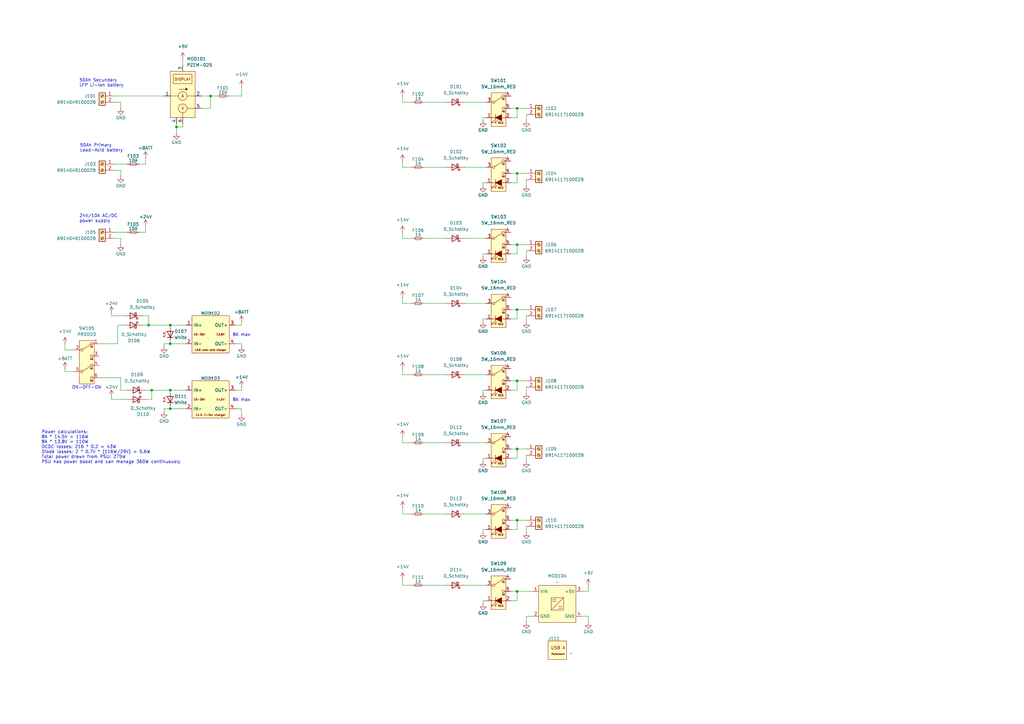
<source format=kicad_sch>
(kicad_sch (version 20231120) (generator "eeschema") (generator_version "8.0")
  (paper "A3")
  (title_block (date "2024-05-12") (rev "V1.0.0") (company "Roy van Lierop"))
  (lib_symbols
    (symbol "..project:+14V" (power) (pin_numbers hide) (pin_names (offset 0) hide)
      (property "Value" "+14V" (at 0 4.064 0))
      (symbol "+14V_0_1"
        (polyline (pts (xy -0.762 1.27) (xy 0 2.54)))
        (polyline (pts (xy 0 0) (xy 0 2.54)))
        (polyline (pts (xy 0 2.54) (xy 0.762 1.27)))
      )
      (symbol "+14V_1_1"
        (pin power_in line (at 0 0 90) (length 0) (name "~") (number "1"))
      )
    )
    (symbol "..project:CON_USBA-Panelmount"
      (property "Reference" "J" (at -3.302 4.826 0))
      (symbol "CON_USBA-Panelmount_0_1"
        (rectangle (start -3.81 3.81) (end 3.81 -3.81) (fill (type background)))
      )
      (symbol "CON_USBA-Panelmount_1_1"
        (text "Panelmount" (at 0.254 -1.524 0) (effects (font (size 0.6 0.6))))
        (text "USB A" (at 0.254 1.016 0) (effects (font (size 1.27 1.27))))
      )
    )
    (symbol "..project:DISP_Power-PZEM-025" (pin_numbers hide) (pin_names (offset 0))
      (property "Reference" "MOD?" (at 1.6511 12.7 0))
      (property "Value" "PZEM-025" (at 1.6511 10.16 0))
      (symbol "DISP_Power-PZEM-025_0_1"
        (rectangle (start -5.08 7.62) (end 5.08 -11.43) (fill (type background)))
        (circle (center 0 -7.62) (radius 1.7961))
        (circle (center 0 -2.54) (radius 1.7961))
        (polyline (pts (xy -5.08 -2.54) (xy -1.778 -2.54)))
        (polyline (pts (xy 1.778 -2.54) (xy 5.08 -2.54)))
      )
      (symbol "DISP_Power-PZEM-025_1_1"
        (rectangle (start -3.81 6.35) (end 3.81 2.54))
        (polyline (pts (xy -1.524 0.254) (xy 1.27 0.254)))
        (polyline (pts (xy 0 -11.43) (xy 0 -11.684)))
        (polyline (pts (xy 0 -11.43) (xy 0 -9.4264)))
        (polyline (pts (xy 5.08 -7.62) (xy 3.556 -7.62) (xy 1.778 -7.62)))
        (polyline (pts (xy 1.27 0.762) (xy 1.27 -0.254) (xy 2.032 0.254) (xy 1.27 0.762)) (fill (type outline)))
        (text "A" (at 0 -2.54 0) (effects (font (size 1.27 1.27))))
        (text "DISPLAY" (at 0 4.318 0) (effects (font (size 1.1 1.1))))
        (text "V" (at 0 -7.62 0) (effects (font (size 1.27 1.27))))
        (pin passive line (at -7.62 -2.54 0) (length 2.54) (name "1") (number "1"))
        (pin passive line (at 7.62 -2.54 180) (length 2.54) (name "2") (number "2"))
        (pin passive line (at 0 10.16 270) (length 2.54) (name "3") (number "3"))
        (pin passive line (at -2.54 -13.97 90) (length 2.54) (name "4") (number "4"))
        (pin passive line (at 7.62 -7.62 180) (length 2.54) (name "5") (number "5"))
        (pin passive line (at 0 -13.97 90) (length 2.54) (name "6") (number "6"))
      )
    )
    (symbol "..project:FuseHolder_Automotive_Regular" (pin_numbers hide) (pin_names (offset 0.254) hide)
      (property "Reference" "F?" (at 0 -1.524 0))
      (property "Value" "1A" (at 0 1.524 0))
      (symbol "FuseHolder_Automotive_Regular_0_1"
        (rectangle (start -1.27 0.508) (end 1.27 -0.508))
        (polyline (pts (xy -1.27 0) (xy 1.27 0)))
      )
      (symbol "FuseHolder_Automotive_Regular_1_1"
        (pin passive line (at -2.54 0 0) (length 1.27) (name "~") (number "1"))
        (pin passive line (at 2.54 0 180) (length 1.27) (name "~") (number "2"))
      )
    )
    (symbol "..project:LED_Indicator-8mm" (pin_numbers hide) (pin_names (offset 1.016) hide)
      (property "Reference" "D108" (at -7.112 2.54 90))
      (property "Value" "White" (at -9.652 2.54 90))
      (symbol "LED_Indicator-8mm_0_1"
        (polyline (pts (xy -1.27 -1.27) (xy -1.27 1.27)) (stroke (width 0.254)))
        (polyline (pts (xy -1.27 0) (xy 1.27 0)))
        (polyline (pts (xy 1.27 -1.27) (xy 1.27 1.27) (xy -1.27 0) (xy 1.27 -1.27)) (stroke (width 0.254)))
        (polyline (pts (xy 0 -1.778) (xy -1.016 -2.794) (xy -0.254 -2.794) (xy -1.016 -2.794) (xy -1.016 -2.032)))
        (polyline (pts (xy 1.27 -1.778) (xy 0.254 -2.794) (xy 1.016 -2.794) (xy 0.254 -2.794) (xy 0.254 -2.032)))
      )
      (symbol "LED_Indicator-8mm_1_1"
        (pin passive line (at -2.54 0 0) (length 2.54) (name "K") (number "1"))
        (pin passive line (at 2.54 0 180) (length 2.54) (name "A") (number "2"))
      )
    )
    (symbol "..project:MOD_BUCK_5V3A"
      (property "Reference" "MOD?" (at 0 11.43 0))
      (property "Value" "~" (at 0 8.89 0))
      (symbol "MOD_BUCK_5V3A_0_1"
        (rectangle (start -7.62 7.62) (end 7.62 -7.62) (fill (type background)))
        (rectangle (start -2.54 2.54) (end 2.54 -2.54))
        (polyline (pts (xy -2.54 -2.54) (xy 2.54 2.54)))
        (polyline (pts (xy -2.032 1.016) (xy -0.508 1.016)))
        (polyline (pts (xy -2.032 1.778) (xy -0.508 1.778)))
        (polyline (pts (xy 0.508 -1.778) (xy 2.032 -1.778)))
        (polyline (pts (xy 0.508 -1.016) (xy 2.032 -1.016)))
      )
      (symbol "MOD_BUCK_5V3A_1_1"
        (pin input line (at -10.16 5.08 0) (length 2.54) (name "VIN") (number "1"))
        (pin input line (at -10.16 -5.08 0) (length 2.54) (name "GND") (number "2"))
        (pin input line (at 10.16 5.08 180) (length 2.54) (name "+5V") (number "3"))
        (pin input line (at 10.16 -5.08 180) (length 2.54) (name "GND") (number "4"))
      )
    )
    (symbol "..project:MOD_DCDC_13.8V-CHG"
      (property "Reference" "MOD?" (at -5.588 8.636 0))
      (symbol "MOD_DCDC_13.8V-CHG_1_1"
        (rectangle (start -7.62 7.62) (end 7.62 -7.62) (fill (type background)))
        (text "10-36V" (at -4.572 0 0) (effects (font (size 0.8 0.8))))
        (text "13.8 Lead-acid charger" (at 0 -6.35 0) (effects (font (size 0.7 0.7))))
        (text "13.8V" (at 4.064 0 0) (effects (font (size 0.8 0.8))))
        (pin passive line (at -10.16 3.81 0) (length 2.54) (name "IN+") (number "1"))
        (pin passive line (at -10.16 -3.81 0) (length 2.54) (name "IN-") (number "2"))
        (pin passive line (at 10.16 3.81 180) (length 2.54) (name "OUT+") (number "3"))
        (pin passive line (at 10.16 -3.81 180) (length 2.54) (name "OUT-") (number "4"))
      )
    )
    (symbol "..project:MOD_DCDC_14.5V-CHG"
      (property "Reference" "MOD?" (at -5.588 8.636 0))
      (symbol "MOD_DCDC_14.5V-CHG_0_1"
        (rectangle (start -7.62 7.62) (end 7.62 -7.62) (fill (type background)))
      )
      (symbol "MOD_DCDC_14.5V-CHG_1_1"
        (text "10-36V" (at -4.572 0 0) (effects (font (size 0.8 0.8))))
        (text "14.5 Li-ion charger" (at 0 -6.35 0) (effects (font (size 0.8 0.8))))
        (text "14.5V" (at 4.064 0 0) (effects (font (size 0.8 0.8))))
        (pin passive line (at -10.16 3.81 0) (length 2.54) (name "IN+") (number "1"))
        (pin passive line (at -10.16 -3.81 0) (length 2.54) (name "IN-") (number "2"))
        (pin passive line (at 10.16 3.81 180) (length 2.54) (name "OUT+") (number "3"))
        (pin passive line (at 10.16 -3.81 180) (length 2.54) (name "OUT-") (number "4"))
      )
    )
    (symbol "..project:SW_16mm_RED" (pin_names (offset 1.016) hide)
      (property "Reference" "SW101" (at 0 13.97 0))
      (property "Value" "SW_16mm_RED" (at 0 11.43 0))
      (symbol "SW_16mm_RED_0_0"
        (circle (center -2.032 5.08) (radius 0.508))
        (polyline (pts (xy -2.54 -1.27) (xy 2.54 -1.27)))
        (circle (center 2.032 2.54) (radius 0.508))
        (text "RED" (at 0.889 -3.429 0) (effects (font (size 0.762 0.762))))
      )
      (symbol "SW_16mm_RED_0_1"
        (polyline (pts (xy -1.524 5.334) (xy 1.5748 7.3152)))
        (polyline (pts (xy -1.27 -2.54) (xy -1.27 0)) (stroke (width 0.2032)))
        (polyline (pts (xy -1.778 -2.413) (xy -2.794 -3.429) (xy -2.159 -3.429) (xy -2.794 -3.429) (xy -2.794 -2.794)))
        (polyline (pts (xy -0.508 -2.413) (xy -1.524 -3.429) (xy -0.889 -3.429) (xy -1.524 -3.429) (xy -1.524 -2.794)))
        (circle (center 2.032 7.62) (radius 0.508))
      )
      (symbol "SW_16mm_RED_1_1"
        (rectangle (start -3.048 8.89) (end 3.048 -4.826) (fill (type background)))
        (polyline (pts (xy 1.27 -2.54) (xy 1.27 0) (xy -1.27 -1.27) (xy 1.27 -2.54)) (stroke (width 0.2032)) (fill (type outline)))
        (text "NC" (at 2.032 6.35 0) (effects (font (size 0.6 0.6))))
        (text "NO" (at 2.032 1.27 0) (effects (font (size 0.6 0.6))))
        (pin passive line (at -5.08 -1.27 0) (length 2.54) (name "+") (number "1"))
        (pin passive line (at 5.08 -1.27 180) (length 2.54) (name "-") (number "2"))
        (pin passive line (at -5.08 5.08 0) (length 2.54) (name "C") (number "3"))
        (pin passive line (at 5.08 7.62 180) (length 2.54) (name "NC") (number "4"))
        (pin passive line (at 5.08 2.54 180) (length 2.54) (name "NO") (number "5"))
      )
    )
    (symbol "..project:SW_PRDDD3_ON-OFF-ON" (pin_names (offset 1.016) hide)
      (property "Reference" "SW?" (at 0 13.97 0))
      (property "Value" "PRDDD3" (at 0 11.43 0))
      (symbol "SW_PRDDD3_ON-OFF-ON_0_0"
        (circle (center -2.032 -3.81) (radius 0.508))
        (circle (center -2.032 5.08) (radius 0.508))
        (circle (center 2.032 -6.35) (radius 0.508))
        (circle (center 2.032 2.54) (radius 0.508))
      )
      (symbol "SW_PRDDD3_ON-OFF-ON_0_1"
        (polyline (pts (xy -1.524 -3.556) (xy 1.5748 -1.5748)))
        (polyline (pts (xy -1.524 5.334) (xy 1.5748 7.3152)))
        (circle (center 2.032 -1.27) (radius 0.508))
        (circle (center 2.032 7.62) (radius 0.508))
      )
      (symbol "SW_PRDDD3_ON-OFF-ON_1_1"
        (rectangle (start -3.048 8.89) (end 3.048 -8.89) (fill (type background)))
        (text "NC" (at 2.032 -2.54 0) (effects (font (size 0.6 0.6))))
        (text "NC" (at 2.032 6.35 0) (effects (font (size 0.6 0.6))))
        (text "NO" (at 2.032 -7.62 0) (effects (font (size 0.6 0.6))))
        (text "NO" (at 2.032 1.27 0) (effects (font (size 0.6 0.6))))
        (pin passive line (at 5.08 7.62 180) (length 2.54) (name "NC") (number "1"))
        (pin passive line (at -5.08 5.08 0) (length 2.54) (name "C") (number "2"))
        (pin passive line (at 5.08 2.54 180) (length 2.54) (name "NO") (number "3"))
        (pin passive line (at 5.08 -1.27 180) (length 2.54) (name "NC") (number "4"))
        (pin passive line (at -5.08 -3.81 0) (length 2.54) (name "C") (number "5"))
        (pin passive line (at 5.08 -6.35 180) (length 2.54) (name "NO") (number "6"))
      )
    )
    (symbol "..project:Terminal_Push_01x02_691404910002B" (pin_names (offset 1.016) hide)
      (property "Reference" "J?" (at 0 2.54 0))
      (property "Value" "691404910002B" (at 0 -5.08 0))
      (symbol "Terminal_Push_01x02_691404910002B_1_1"
        (rectangle (start -1.27 1.27) (end 1.27 -3.81) (stroke (width 0.254)) (fill (type background)))
        (circle (center 0 -2.54) (radius 0.635) (stroke (width 0.1524)))
        (polyline (pts (xy -0.5334 -2.2098) (xy 0.3302 -3.048)) (stroke (width 0.1524)))
        (polyline (pts (xy -0.5334 0.3302) (xy 0.3302 -0.508)) (stroke (width 0.1524)))
        (polyline (pts (xy -0.3556 -2.032) (xy 0.508 -2.8702)) (stroke (width 0.1524)))
        (polyline (pts (xy -0.3556 0.508) (xy 0.508 -0.3302)) (stroke (width 0.1524)))
        (circle (center 0 0) (radius 0.635) (stroke (width 0.1524)))
        (pin passive line (at -5.08 0 0) (length 3.81) (name "Pin_1") (number "1"))
        (pin passive line (at -5.08 -2.54 0) (length 3.81) (name "Pin_2") (number "2"))
      )
    )
    (symbol "..project:Terminal_Push_01x02_691411710002B" (pin_names (offset 1.016) hide)
      (property "Reference" "J?" (at 0 2.54 0))
      (property "Value" "691411710002B" (at 0 -5.08 0))
      (symbol "Terminal_Push_01x02_691411710002B_1_1"
        (rectangle (start -1.27 1.27) (end 1.27 -3.81) (stroke (width 0.254)) (fill (type background)))
        (circle (center 0 -2.54) (radius 0.635) (stroke (width 0.1524)))
        (polyline (pts (xy -0.5334 -2.2098) (xy 0.3302 -3.048)) (stroke (width 0.1524)))
        (polyline (pts (xy -0.5334 0.3302) (xy 0.3302 -0.508)) (stroke (width 0.1524)))
        (polyline (pts (xy -0.3556 -2.032) (xy 0.508 -2.8702)) (stroke (width 0.1524)))
        (polyline (pts (xy -0.3556 0.508) (xy 0.508 -0.3302)) (stroke (width 0.1524)))
        (circle (center 0 0) (radius 0.635) (stroke (width 0.1524)))
        (pin passive line (at -5.08 0 0) (length 3.81) (name "Pin_1") (number "1"))
        (pin passive line (at -5.08 -2.54 0) (length 3.81) (name "Pin_2") (number "2"))
      )
    )
    (symbol "Device:D_Schottky" (pin_numbers hide) (pin_names (offset 1.016) hide)
      (property "Reference" "D" (at 0 2.54 0))
      (property "Value" "D_Schottky" (at 0 -2.54 0))
      (symbol "D_Schottky_0_1"
        (polyline (pts (xy 1.27 0) (xy -1.27 0)))
        (polyline (pts (xy 1.27 1.27) (xy 1.27 -1.27) (xy -1.27 0) (xy 1.27 1.27)) (stroke (width 0.254)))
        (polyline (pts (xy -1.905 0.635) (xy -1.905 1.27) (xy -1.27 1.27) (xy -1.27 -1.27) (xy -0.635 -1.27) (xy -0.635 -0.635)) (stroke (width 0.254)))
      )
      (symbol "D_Schottky_1_1"
        (pin passive line (at -3.81 0 0) (length 2.54) (name "K") (number "1"))
        (pin passive line (at 3.81 0 180) (length 2.54) (name "A") (number "2"))
      )
    )
    (symbol "power:+24V" (power) (pin_numbers hide) (pin_names (offset 0) hide)
      (property "Value" "+24V" (at 0 3.556 0))
      (symbol "+24V_0_1"
        (polyline (pts (xy -0.762 1.27) (xy 0 2.54)))
        (polyline (pts (xy 0 0) (xy 0 2.54)))
        (polyline (pts (xy 0 2.54) (xy 0.762 1.27)))
      )
      (symbol "+24V_1_1"
        (pin power_in line (at 0 0 90) (length 0) (name "~") (number "1"))
      )
    )
    (symbol "power:+5V" (power) (pin_numbers hide) (pin_names (offset 0) hide)
      (property "Value" "+5V" (at 0 3.556 0))
      (symbol "+5V_0_1"
        (polyline (pts (xy -0.762 1.27) (xy 0 2.54)))
        (polyline (pts (xy 0 0) (xy 0 2.54)))
        (polyline (pts (xy 0 2.54) (xy 0.762 1.27)))
      )
      (symbol "+5V_1_1"
        (pin power_in line (at 0 0 90) (length 0) (name "~") (number "1"))
      )
    )
    (symbol "power:+BATT" (power) (pin_numbers hide) (pin_names (offset 0) hide)
      (property "Value" "+BATT" (at 0 3.556 0))
      (symbol "+BATT_0_1"
        (polyline (pts (xy -0.762 1.27) (xy 0 2.54)))
        (polyline (pts (xy 0 0) (xy 0 2.54)))
        (polyline (pts (xy 0 2.54) (xy 0.762 1.27)))
      )
      (symbol "+BATT_1_1"
        (pin power_in line (at 0 0 90) (length 0) (name "~") (number "1"))
      )
    )
    (symbol "power:GND" (power) (pin_numbers hide) (pin_names (offset 0) hide)
      (property "Value" "GND" (at 0 -3.81 0))
      (symbol "GND_0_1"
        (polyline (pts (xy 0 0) (xy 0 -1.27) (xy 1.27 -1.27) (xy 0 -2.54) (xy -1.27 -1.27) (xy 0 -1.27)))
      )
      (symbol "GND_1_1"
        (pin power_in line (at 0 0 270) (length 0) (name "~") (number "1"))
      )
    )
  )
  (junction (at 69.85 133.35))
  (junction (at 69.85 140.97))
  (junction (at 212.09 44.45))
  (junction (at 212.09 156.21))
  (junction (at 86.36 39.37))
  (junction (at 212.09 127))
  (junction (at 69.85 167.64))
  (junction (at 72.39 52.07))
  (junction (at 212.09 71.12))
  (junction (at 69.85 160.02))
  (junction (at 62.23 160.02))
  (junction (at 212.09 242.57))
  (junction (at 60.96 133.35))
  (junction (at 212.09 184.15))
  (junction (at 212.09 213.36))
  (junction (at 212.09 100.33))
  (wire (pts (xy 198.12 187.96) (xy 199.39 187.96)))
  (wire (pts (xy 209.55 213.36) (xy 212.09 213.36)))
  (wire (pts (xy 69.85 167.64) (xy 76.2 167.64)))
  (wire (pts (xy 69.85 133.35) (xy 76.2 133.35)))
  (wire (pts (xy 99.06 133.35) (xy 99.06 132.08)))
  (wire (pts (xy 241.3 252.73) (xy 241.3 255.27)))
  (wire (pts (xy 58.42 129.54) (xy 60.96 129.54)))
  (wire (pts (xy 82.55 44.45) (xy 86.36 44.45)))
  (wire (pts (xy 173.99 210.82) (xy 182.88 210.82)))
  (wire (pts (xy 198.12 246.38) (xy 199.39 246.38)))
  (wire (pts (xy 198.12 218.44) (xy 198.12 217.17)))
  (wire (pts (xy 212.09 100.33) (xy 212.09 104.14)))
  (wire (pts (xy 198.12 104.14) (xy 199.39 104.14)))
  (wire (pts (xy 57.15 67.31) (xy 59.69 67.31)))
  (wire (pts (xy 198.12 130.81) (xy 199.39 130.81)))
  (wire (pts (xy 165.1 210.82) (xy 165.1 208.28)))
  (wire (pts (xy 165.1 153.67) (xy 165.1 151.13)))
  (wire (pts (xy 215.9 161.29) (xy 215.9 158.75)))
  (wire (pts (xy 198.12 48.26) (xy 199.39 48.26)))
  (wire (pts (xy 59.69 64.77) (xy 59.69 67.31)))
  (wire (pts (xy 212.09 242.57) (xy 218.44 242.57)))
  (wire (pts (xy 241.3 242.57) (xy 241.3 240.03)))
  (wire (pts (xy 198.12 76.2) (xy 198.12 74.93)))
  (wire (pts (xy 93.98 39.37) (xy 99.06 39.37)))
  (wire (pts (xy 190.5 240.03) (xy 199.39 240.03)))
  (wire (pts (xy 190.5 68.58) (xy 199.39 68.58)))
  (wire (pts (xy 198.12 49.53) (xy 198.12 48.26)))
  (wire (pts (xy 238.76 242.57) (xy 241.3 242.57)))
  (wire (pts (xy 212.09 242.57) (xy 212.09 246.38)))
  (wire (pts (xy 209.55 71.12) (xy 212.09 71.12)))
  (wire (pts (xy 209.55 156.21) (xy 212.09 156.21)))
  (wire (pts (xy 212.09 104.14) (xy 209.55 104.14)))
  (wire (pts (xy 45.72 129.54) (xy 45.72 128.27)))
  (wire (pts (xy 69.85 140.97) (xy 76.2 140.97)))
  (wire (pts (xy 99.06 167.64) (xy 99.06 170.18)))
  (wire (pts (xy 168.91 181.61) (xy 165.1 181.61)))
  (wire (pts (xy 165.1 97.79) (xy 165.1 95.25)))
  (wire (pts (xy 58.42 133.35) (xy 60.96 133.35)))
  (wire (pts (xy 209.55 184.15) (xy 212.09 184.15)))
  (wire (pts (xy 212.09 44.45) (xy 212.09 48.26)))
  (wire (pts (xy 212.09 213.36) (xy 212.09 217.17)))
  (wire (pts (xy 173.99 41.91) (xy 182.88 41.91)))
  (wire (pts (xy 49.53 160.02) (xy 52.07 160.02)))
  (wire (pts (xy 173.99 153.67) (xy 182.88 153.67)))
  (wire (pts (xy 212.09 184.15) (xy 215.9 184.15)))
  (wire (pts (xy 212.09 156.21) (xy 212.09 160.02)))
  (wire (pts (xy 60.96 129.54) (xy 60.96 133.35)))
  (wire (pts (xy 190.5 41.91) (xy 199.39 41.91)))
  (wire (pts (xy 50.8 129.54) (xy 45.72 129.54)))
  (wire (pts (xy 49.53 97.79) (xy 49.53 100.33)))
  (wire (pts (xy 40.64 140.97) (xy 48.26 140.97)))
  (wire (pts (xy 218.44 252.73) (xy 215.9 252.73)))
  (wire (pts (xy 86.36 44.45) (xy 86.36 39.37)))
  (wire (pts (xy 72.39 52.07) (xy 74.93 52.07)))
  (wire (pts (xy 96.52 167.64) (xy 99.06 167.64)))
  (wire (pts (xy 173.99 97.79) (xy 182.88 97.79)))
  (wire (pts (xy 69.85 160.02) (xy 69.85 161.29)))
  (wire (pts (xy 215.9 218.44) (xy 215.9 215.9)))
  (wire (pts (xy 99.06 35.56) (xy 99.06 39.37)))
  (wire (pts (xy 198.12 160.02) (xy 199.39 160.02)))
  (wire (pts (xy 49.53 154.94) (xy 49.53 160.02)))
  (wire (pts (xy 212.09 213.36) (xy 215.9 213.36)))
  (wire (pts (xy 198.12 161.29) (xy 198.12 160.02)))
  (wire (pts (xy 198.12 105.41) (xy 198.12 104.14)))
  (wire (pts (xy 62.23 163.83) (xy 62.23 160.02)))
  (wire (pts (xy 165.1 124.46) (xy 165.1 121.92)))
  (wire (pts (xy 165.1 68.58) (xy 165.1 66.04)))
  (wire (pts (xy 46.99 69.85) (xy 49.53 69.85)))
  (wire (pts (xy 165.1 240.03) (xy 165.1 237.49)))
  (wire (pts (xy 62.23 160.02) (xy 69.85 160.02)))
  (wire (pts (xy 165.1 181.61) (xy 165.1 179.07)))
  (wire (pts (xy 212.09 74.93) (xy 209.55 74.93)))
  (wire (pts (xy 215.9 132.08) (xy 215.9 129.54)))
  (wire (pts (xy 198.12 217.17) (xy 199.39 217.17)))
  (wire (pts (xy 59.69 163.83) (xy 62.23 163.83)))
  (wire (pts (xy 67.31 167.64) (xy 69.85 167.64)))
  (wire (pts (xy 212.09 246.38) (xy 209.55 246.38)))
  (wire (pts (xy 209.55 242.57) (xy 212.09 242.57)))
  (wire (pts (xy 46.99 67.31) (xy 52.07 67.31)))
  (wire (pts (xy 215.9 49.53) (xy 215.9 46.99)))
  (wire (pts (xy 215.9 105.41) (xy 215.9 102.87)))
  (wire (pts (xy 46.99 95.25) (xy 52.07 95.25)))
  (wire (pts (xy 168.91 240.03) (xy 165.1 240.03)))
  (wire (pts (xy 168.91 97.79) (xy 165.1 97.79)))
  (wire (pts (xy 238.76 252.73) (xy 241.3 252.73)))
  (wire (pts (xy 45.72 163.83) (xy 45.72 162.56)))
  (wire (pts (xy 88.9 39.37) (xy 86.36 39.37)))
  (wire (pts (xy 212.09 127) (xy 212.09 130.81)))
  (wire (pts (xy 59.69 160.02) (xy 62.23 160.02)))
  (wire (pts (xy 173.99 68.58) (xy 182.88 68.58)))
  (wire (pts (xy 26.67 140.97) (xy 26.67 143.51)))
  (wire (pts (xy 173.99 124.46) (xy 182.88 124.46)))
  (wire (pts (xy 190.5 124.46) (xy 199.39 124.46)))
  (wire (pts (xy 45.72 163.83) (xy 52.07 163.83)))
  (wire (pts (xy 215.9 189.23) (xy 215.9 186.69)))
  (wire (pts (xy 49.53 41.91) (xy 46.99 41.91)))
  (wire (pts (xy 99.06 140.97) (xy 99.06 142.24)))
  (wire (pts (xy 69.85 139.7) (xy 69.85 140.97)))
  (wire (pts (xy 74.93 24.13) (xy 74.93 26.67)))
  (wire (pts (xy 67.31 167.64) (xy 67.31 168.91)))
  (wire (pts (xy 72.39 50.8) (xy 72.39 52.07)))
  (wire (pts (xy 168.91 153.67) (xy 165.1 153.67)))
  (wire (pts (xy 168.91 68.58) (xy 165.1 68.58)))
  (wire (pts (xy 212.09 71.12) (xy 215.9 71.12)))
  (wire (pts (xy 40.64 154.94) (xy 49.53 154.94)))
  (wire (pts (xy 168.91 41.91) (xy 165.1 41.91)))
  (wire (pts (xy 69.85 166.37) (xy 69.85 167.64)))
  (wire (pts (xy 49.53 41.91) (xy 49.53 44.45)))
  (wire (pts (xy 198.12 132.08) (xy 198.12 130.81)))
  (wire (pts (xy 49.53 97.79) (xy 46.99 97.79)))
  (wire (pts (xy 74.93 52.07) (xy 74.93 50.8)))
  (wire (pts (xy 212.09 156.21) (xy 215.9 156.21)))
  (wire (pts (xy 212.09 48.26) (xy 209.55 48.26)))
  (wire (pts (xy 48.26 133.35) (xy 50.8 133.35)))
  (wire (pts (xy 212.09 187.96) (xy 209.55 187.96)))
  (wire (pts (xy 209.55 100.33) (xy 212.09 100.33)))
  (wire (pts (xy 48.26 140.97) (xy 48.26 133.35)))
  (wire (pts (xy 49.53 69.85) (xy 49.53 72.39)))
  (wire (pts (xy 69.85 133.35) (xy 69.85 134.62)))
  (wire (pts (xy 96.52 133.35) (xy 99.06 133.35)))
  (wire (pts (xy 198.12 247.65) (xy 198.12 246.38)))
  (wire (pts (xy 26.67 152.4) (xy 30.48 152.4)))
  (wire (pts (xy 198.12 74.93) (xy 199.39 74.93)))
  (wire (pts (xy 57.15 95.25) (xy 59.69 95.25)))
  (wire (pts (xy 212.09 127) (xy 215.9 127)))
  (wire (pts (xy 190.5 97.79) (xy 199.39 97.79)))
  (wire (pts (xy 72.39 52.07) (xy 72.39 54.61)))
  (wire (pts (xy 215.9 76.2) (xy 215.9 73.66)))
  (wire (pts (xy 190.5 153.67) (xy 199.39 153.67)))
  (wire (pts (xy 26.67 152.4) (xy 26.67 151.13)))
  (wire (pts (xy 59.69 95.25) (xy 59.69 92.71)))
  (wire (pts (xy 86.36 39.37) (xy 82.55 39.37)))
  (wire (pts (xy 190.5 181.61) (xy 199.39 181.61)))
  (wire (pts (xy 67.31 140.97) (xy 67.31 142.24)))
  (wire (pts (xy 212.09 100.33) (xy 215.9 100.33)))
  (wire (pts (xy 212.09 160.02) (xy 209.55 160.02)))
  (wire (pts (xy 212.09 71.12) (xy 212.09 74.93)))
  (wire (pts (xy 212.09 130.81) (xy 209.55 130.81)))
  (wire (pts (xy 60.96 133.35) (xy 69.85 133.35)))
  (wire (pts (xy 173.99 181.61) (xy 182.88 181.61)))
  (wire (pts (xy 46.99 39.37) (xy 67.31 39.37)))
  (wire (pts (xy 67.31 140.97) (xy 69.85 140.97)))
  (wire (pts (xy 165.1 41.91) (xy 165.1 39.37)))
  (wire (pts (xy 69.85 160.02) (xy 76.2 160.02)))
  (wire (pts (xy 209.55 44.45) (xy 212.09 44.45)))
  (wire (pts (xy 198.12 189.23) (xy 198.12 187.96)))
  (wire (pts (xy 209.55 127) (xy 212.09 127)))
  (wire (pts (xy 96.52 140.97) (xy 99.06 140.97)))
  (wire (pts (xy 168.91 210.82) (xy 165.1 210.82)))
  (wire (pts (xy 26.67 143.51) (xy 30.48 143.51)))
  (wire (pts (xy 96.52 160.02) (xy 99.06 160.02)))
  (wire (pts (xy 212.09 217.17) (xy 209.55 217.17)))
  (wire (pts (xy 212.09 184.15) (xy 212.09 187.96)))
  (wire (pts (xy 212.09 44.45) (xy 215.9 44.45)))
  (wire (pts (xy 168.91 124.46) (xy 165.1 124.46)))
  (wire (pts (xy 215.9 252.73) (xy 215.9 255.27)))
  (wire (pts (xy 173.99 240.03) (xy 182.88 240.03)))
  (wire (pts (xy 190.5 210.82) (xy 199.39 210.82)))
  (wire (pts (xy 99.06 158.75) (xy 99.06 160.02)))
  (text "8A max" (at 99.06 164.084 0) (effects (font (size 1.27 1.27))))
  (text "Power calculations:\n8A * 14.5V = 116W\n8A * 13.8V = 110W\nDCDC losses: 216 * 0.2 = 43W\nDiode losses: 2 * 0.7V * (116W/29V) = 5.6W\nTotal power drawn from PSU: 275W\nPSU has power boost and can manage 360W continuously \n" (at 17.018 176.53 0) (effects (font (size 1.27 1.27)) (justify left top)))
  (text "24V/10A AC/DC\npower supply" (at 32.512 91.44 0) (effects (font (size 1.27 1.27)) (justify left bottom)))
  (text "8A max" (at 99.06 137.414 0) (effects (font (size 1.27 1.27))))
  (text "ON-OFF-ON" (at 35.56 159.004 0) (effects (font (size 1.27 1.27))))
  (text "50Ah Secundary\nLFP Li-ion battery" (at 32.512 35.814 0) (effects (font (size 1.27 1.27)) (justify left bottom)))
  (text "50Ah Primary\nLead-Acid battery" (at 32.766 62.484 0) (effects (font (size 1.27 1.27)) (justify left bottom)))
  (symbol (lib_id "..project:LED_Indicator-8mm") (at 69.85 137.16 270) (mirror x) (unit 1)
    (property "Reference" "D107" (at 76.708 135.89 90) (effects (justify right)))
    (property "Value" "White" (at 76.708 138.43 90) (effects (justify right)))
    (property "Footprint" "_projectlib:LED_Indictor-8mm" (effects (hide yes)))
    (property "Description" "Light emitting diode" (effects (hide yes)))
  )
  (symbol (lib_id "..project:Terminal_Push_01x02_691404910002B") (at 41.91 95.25 0) (mirror y) (unit 1)
    (property "Reference" "J105" (at 39.37 95.2499 0) (effects (justify left)))
    (property "Value" "691404910002B" (at 39.37 97.7899 0) (effects (justify left)))
    (property "Footprint" "_projectlib:691404910002B" (effects (hide yes)))
    (property "Description" "Generic screw terminal, single row, 01x02, script generated (kicad-library-utils/schlib/autogen/connector/)" (effects (hide yes)))
  )
  (symbol (lib_id "..project:FuseHolder_Automotive_Regular") (at 54.61 95.25 0) (unit 1)
    (property "Reference" "F105" (at 54.61 91.948 0))
    (property "Value" "10A" (at 54.61 93.726 0))
    (property "Footprint" "_projectlib:FuseHolder_Regular" (effects (hide yes)))
    (property "Description" "Fuse, small symbol" (effects (hide yes)))
  )
  (symbol (lib_id "..project:+14V") (at 165.1 121.92 0) (unit 1)
    (property "Reference" "#PWR0118" (effects (hide yes)))
    (property "Value" "+14V" (at 165.1 116.84 0))
    (property "Description" "Power symbol creates a global label with name \"+12V\"" (effects (hide yes)))
  )
  (symbol (lib_id "Device:D_Schottky") (at 186.69 68.58 180) (unit 1)
    (property "Reference" "D102" (at 187.0075 62.23 0))
    (property "Value" "D_Schottky" (at 187.0075 64.77 0))
    (property "Footprint" "Diode_THT:D_DO-201AD_P15.24mm_Horizontal" (effects (hide yes)))
    (property "Description" "Schottky diode" (effects (hide yes)))
  )
  (symbol (lib_id "..project:+14V") (at 165.1 237.49 0) (unit 1)
    (property "Reference" "#PWR0140" (effects (hide yes)))
    (property "Value" "+14V" (at 165.1 232.41 0))
    (property "Description" "Power symbol creates a global label with name \"+12V\"" (effects (hide yes)))
  )
  (symbol (lib_id "Device:D_Schottky") (at 186.69 210.82 180) (unit 1)
    (property "Reference" "D113" (at 187.0075 204.47 0))
    (property "Value" "D_Schottky" (at 187.0075 207.01 0))
    (property "Footprint" "Diode_THT:D_DO-201AD_P15.24mm_Horizontal" (effects (hide yes)))
    (property "Description" "Schottky diode" (effects (hide yes)))
  )
  (symbol (lib_id "power:+BATT") (at 59.69 64.77 0) (unit 1)
    (property "Reference" "#PWR0108" (effects (hide yes)))
    (property "Value" "+BATT" (at 59.69 60.706 0))
    (property "Description" "Power symbol creates a global label with name \"+BATT\"" (effects (hide yes)))
  )
  (symbol (lib_id "..project:Terminal_Push_01x02_691411710002B") (at 220.98 213.36 0) (unit 1)
    (property "Reference" "J110" (at 223.52 213.3599 0) (effects (justify left)))
    (property "Value" "691411710002B" (at 223.52 215.8999 0) (effects (justify left)))
    (property "Footprint" "_projectlib:691411710002B" (effects (hide yes)))
    (property "Description" "Generic screw terminal, single row, 01x02, script generated (kicad-library-utils/schlib/autogen/connector/)" (effects (hide yes)))
  )
  (symbol (lib_id "..project:Terminal_Push_01x02_691404910002B") (at 41.91 39.37 0) (mirror y) (unit 1)
    (property "Reference" "J101" (at 39.37 39.3699 0) (effects (justify left)))
    (property "Value" "691404910002B" (at 39.37 41.9099 0) (effects (justify left)))
    (property "Footprint" "_projectlib:691404910002B" (effects (hide yes)))
    (property "Description" "Generic screw terminal, single row, 01x02, script generated (kicad-library-utils/schlib/autogen/connector/)" (effects (hide yes)))
  )
  (symbol (lib_id "..project:FuseHolder_Automotive_Regular") (at 171.45 97.79 0) (unit 1)
    (property "Reference" "F106" (at 171.45 94.488 0))
    (property "Value" "1A" (at 171.45 96.266 0))
    (property "Footprint" "_projectlib:FuseHolder_Regular" (effects (hide yes)))
    (property "Description" "Fuse, small symbol" (effects (hide yes)))
  )
  (symbol (lib_id "..project:SW_16mm_RED") (at 204.47 158.75 0) (unit 1)
    (property "Reference" "SW106" (at 204.47 144.78 0))
    (property "Value" "SW_16mm_RED" (at 204.47 147.32 0))
    (property "Footprint" "_projectlib:SW_16mm_ILUM" (effects (hide yes)))
    (property "Datasheet" "http://www.nkkswitches.com/pdf/gwillum.pdf" (effects (hide yes)))
    (property "Description" "Switch, single pole double throw, illuminated ring RED" (effects (hide yes)))
  )
  (symbol (lib_id "power:GND") (at 198.12 189.23 0) (unit 1)
    (property "Reference" "#PWR0135" (effects (hide yes)))
    (property "Value" "GND" (at 198.12 193.04 0))
    (property "Description" "Power symbol creates a global label with name \"GND\" , ground" (effects (hide yes)))
  )
  (symbol (lib_id "..project:FuseHolder_Automotive_Regular") (at 171.45 124.46 0) (unit 1)
    (property "Reference" "F107" (at 171.45 121.158 0))
    (property "Value" "1A" (at 171.45 122.936 0))
    (property "Footprint" "_projectlib:FuseHolder_Regular" (effects (hide yes)))
    (property "Description" "Fuse, small symbol" (effects (hide yes)))
  )
  (symbol (lib_id "..project:FuseHolder_Automotive_Regular") (at 171.45 210.82 0) (unit 1)
    (property "Reference" "F110" (at 171.45 207.518 0))
    (property "Value" "1A" (at 171.45 209.296 0))
    (property "Footprint" "_projectlib:FuseHolder_Regular" (effects (hide yes)))
    (property "Description" "Fuse, small symbol" (effects (hide yes)))
  )
  (symbol (lib_id "power:GND") (at 49.53 100.33 0) (unit 1)
    (property "Reference" "#PWR0115" (effects (hide yes)))
    (property "Value" "GND" (at 49.53 104.14 0))
    (property "Description" "Power symbol creates a global label with name \"GND\" , ground" (effects (hide yes)))
  )
  (symbol (lib_id "..project:+14V") (at 99.06 35.56 0) (unit 1)
    (property "Reference" "#PWR0102" (effects (hide yes)))
    (property "Value" "+14V" (at 99.06 30.48 0))
    (property "Description" "Power symbol creates a global label with name \"+12V\"" (effects (hide yes)))
  )
  (symbol (lib_id "Device:D_Schottky") (at 186.69 97.79 180) (unit 1)
    (property "Reference" "D103" (at 187.0075 91.44 0))
    (property "Value" "D_Schottky" (at 187.0075 93.98 0))
    (property "Footprint" "Diode_THT:D_DO-201AD_P15.24mm_Horizontal" (effects (hide yes)))
    (property "Description" "Schottky diode" (effects (hide yes)))
  )
  (symbol (lib_id "..project:CON_USBA-Panelmount") (at 228.6 266.7 0) (unit 1)
    (property "Reference" "J111" (at 224.79 261.874 0) (effects (justify left)))
    (property "Value" "~" (at 233.68 267.97 0) (effects (justify left)))
    (property "Footprint" "_projectlib:USBA-PanelMount" (effects (hide yes)))
  )
  (symbol (lib_id "power:GND") (at 67.31 142.24 0) (unit 1)
    (property "Reference" "#PWR0124" (effects (hide yes)))
    (property "Value" "GND" (at 67.31 146.05 0))
    (property "Description" "Power symbol creates a global label with name \"GND\" , ground" (effects (hide yes)))
  )
  (symbol (lib_id "power:GND") (at 49.53 72.39 0) (unit 1)
    (property "Reference" "#PWR0110" (effects (hide yes)))
    (property "Value" "GND" (at 49.53 76.2 0))
    (property "Description" "Power symbol creates a global label with name \"GND\" , ground" (effects (hide yes)))
  )
  (symbol (lib_id "power:GND") (at 99.06 142.24 0) (unit 1)
    (property "Reference" "#PWR0125" (effects (hide yes)))
    (property "Value" "GND" (at 99.06 146.05 0))
    (property "Description" "Power symbol creates a global label with name \"GND\" , ground" (effects (hide yes)))
  )
  (symbol (lib_id "power:GND") (at 215.9 49.53 0) (unit 1)
    (property "Reference" "#PWR0106" (effects (hide yes)))
    (property "Value" "GND" (at 215.9 53.34 0))
    (property "Description" "Power symbol creates a global label with name \"GND\" , ground" (effects (hide yes)))
  )
  (symbol (lib_id "power:+24V") (at 45.72 162.56 0) (unit 1)
    (property "Reference" "#PWR0131" (effects (hide yes)))
    (property "Value" "+24V" (at 45.72 158.75 0))
    (property "Description" "Power symbol creates a global label with name \"+24V\"" (effects (hide yes)))
  )
  (symbol (lib_id "power:GND") (at 215.9 161.29 0) (unit 1)
    (property "Reference" "#PWR0130" (effects (hide yes)))
    (property "Value" "GND" (at 215.9 165.1 0))
    (property "Description" "Power symbol creates a global label with name \"GND\" , ground" (effects (hide yes)))
  )
  (symbol (lib_id "..project:MOD_DCDC_13.8V-CHG") (at 86.36 137.16 0) (unit 1)
    (property "Reference" "MOD102" (at 86.36 128.524 0))
    (property "Value" "~" (at 86.36 128.27 0))
    (property "Footprint" "_projectlib:MOD_DCDC_14.5V-CHG" (effects (hide yes)))
    (property "Description" "10V-36V 12V24V to 13.8V 16.8V 12.6V 14.5V 5A -15A 12V Lithium Battery Chargers BOOST BUCK DC DC Charger For Dual-battery System" (effects (hide yes)))
  )
  (symbol (lib_id "..project:MOD_DCDC_14.5V-CHG") (at 86.36 163.83 0) (unit 1)
    (property "Reference" "MOD103" (at 86.36 155.194 0))
    (property "Value" "~" (at 86.36 154.94 0))
    (property "Footprint" "_projectlib:MOD_DCDC_14.5V-CHG" (effects (hide yes)))
    (property "Description" "10V-36V 12V24V to 13.8V 16.8V 12.6V 14.5V 5A -15A 12V Lithium Battery Chargers BOOST BUCK DC DC Charger For Dual-battery System" (effects (hide yes)))
  )
  (symbol (lib_id "..project:+14V") (at 165.1 95.25 0) (unit 1)
    (property "Reference" "#PWR0114" (effects (hide yes)))
    (property "Value" "+14V" (at 165.1 90.17 0))
    (property "Description" "Power symbol creates a global label with name \"+12V\"" (effects (hide yes)))
  )
  (symbol (lib_id "power:GND") (at 198.12 161.29 0) (unit 1)
    (property "Reference" "#PWR0129" (effects (hide yes)))
    (property "Value" "GND" (at 198.12 165.1 0))
    (property "Description" "Power symbol creates a global label with name \"GND\" , ground" (effects (hide yes)))
  )
  (symbol (lib_id "power:GND") (at 67.31 168.91 0) (unit 1)
    (property "Reference" "#PWR0132" (effects (hide yes)))
    (property "Value" "GND" (at 67.31 172.72 0))
    (property "Description" "Power symbol creates a global label with name \"GND\" , ground" (effects (hide yes)))
  )
  (symbol (lib_id "..project:FuseHolder_Automotive_Regular") (at 171.45 153.67 0) (unit 1)
    (property "Reference" "F108" (at 171.45 150.368 0))
    (property "Value" "1A" (at 171.45 152.146 0))
    (property "Footprint" "_projectlib:FuseHolder_Regular" (effects (hide yes)))
    (property "Description" "Fuse, small symbol" (effects (hide yes)))
  )
  (symbol (lib_id "Device:D_Schottky") (at 186.69 41.91 180) (unit 1)
    (property "Reference" "D101" (at 187.0075 35.56 0))
    (property "Value" "D_Schottky" (at 187.0075 38.1 0))
    (property "Footprint" "Diode_THT:D_DO-201AD_P15.24mm_Horizontal" (effects (hide yes)))
    (property "Description" "Schottky diode" (effects (hide yes)))
  )
  (symbol (lib_id "..project:FuseHolder_Automotive_Regular") (at 91.44 39.37 0) (unit 1)
    (property "Reference" "F101" (at 91.44 36.068 0))
    (property "Value" "10A" (at 91.44 37.846 0))
    (property "Footprint" "_projectlib:FuseHolder_Regular" (effects (hide yes)))
    (property "Description" "Fuse, small symbol" (effects (hide yes)))
  )
  (symbol (lib_id "..project:MOD_BUCK_5V3A") (at 228.6 247.65 0) (unit 1)
    (property "Reference" "MOD104" (at 228.6 236.22 0))
    (property "Value" "~" (at 228.6 238.76 0))
    (property "Footprint" "_projectlib:MOD_BUCK_5V3A" (effects (hide yes)))
  )
  (symbol (lib_id "..project:SW_16mm_RED") (at 204.47 245.11 0) (unit 1)
    (property "Reference" "SW109" (at 204.47 231.14 0))
    (property "Value" "SW_16mm_RED" (at 204.47 233.68 0))
    (property "Footprint" "_projectlib:SW_16mm_ILUM" (effects (hide yes)))
    (property "Datasheet" "http://www.nkkswitches.com/pdf/gwillum.pdf" (effects (hide yes)))
    (property "Description" "Switch, single pole double throw, illuminated ring RED" (effects (hide yes)))
  )
  (symbol (lib_id "power:GND") (at 198.12 132.08 0) (unit 1)
    (property "Reference" "#PWR0121" (effects (hide yes)))
    (property "Value" "GND" (at 198.12 135.89 0))
    (property "Description" "Power symbol creates a global label with name \"GND\" , ground" (effects (hide yes)))
  )
  (symbol (lib_id "..project:+14V") (at 165.1 39.37 0) (unit 1)
    (property "Reference" "#PWR0103" (effects (hide yes)))
    (property "Value" "+14V" (at 165.1 34.29 0))
    (property "Description" "Power symbol creates a global label with name \"+12V\"" (effects (hide yes)))
  )
  (symbol (lib_id "..project:Terminal_Push_01x02_691404910002B") (at 41.91 67.31 0) (mirror y) (unit 1)
    (property "Reference" "J103" (at 39.37 67.3099 0) (effects (justify left)))
    (property "Value" "691404910002B" (at 39.37 69.8499 0) (effects (justify left)))
    (property "Footprint" "_projectlib:691404910002B" (effects (hide yes)))
    (property "Description" "Generic screw terminal, single row, 01x02, script generated (kicad-library-utils/schlib/autogen/connector/)" (effects (hide yes)))
  )
  (symbol (lib_id "power:GND") (at 198.12 76.2 0) (unit 1)
    (property "Reference" "#PWR0111" (effects (hide yes)))
    (property "Value" "GND" (at 198.12 80.01 0))
    (property "Description" "Power symbol creates a global label with name \"GND\" , ground" (effects (hide yes)))
  )
  (symbol (lib_id "..project:+14V") (at 26.67 140.97 0) (unit 1)
    (property "Reference" "#PWR0123" (effects (hide yes)))
    (property "Value" "+14V" (at 26.67 135.89 0))
    (property "Description" "Power symbol creates a global label with name \"+12V\"" (effects (hide yes)))
  )
  (symbol (lib_id "..project:+14V") (at 99.06 158.75 0) (unit 1)
    (property "Reference" "#PWR0128" (effects (hide yes)))
    (property "Value" "+14V" (at 99.06 154.686 0))
    (property "Description" "Power symbol creates a global label with name \"+12V\"" (effects (hide yes)))
  )
  (symbol (lib_id "..project:FuseHolder_Automotive_Regular") (at 171.45 41.91 0) (unit 1)
    (property "Reference" "F102" (at 171.45 38.608 0))
    (property "Value" "1A" (at 171.45 40.386 0))
    (property "Footprint" "_projectlib:FuseHolder_Regular" (effects (hide yes)))
    (property "Description" "Fuse, small symbol" (effects (hide yes)))
  )
  (symbol (lib_id "power:GND") (at 215.9 132.08 0) (unit 1)
    (property "Reference" "#PWR0122" (effects (hide yes)))
    (property "Value" "GND" (at 215.9 135.89 0))
    (property "Description" "Power symbol creates a global label with name \"GND\" , ground" (effects (hide yes)))
  )
  (symbol (lib_id "..project:SW_16mm_RED") (at 204.47 129.54 0) (unit 1)
    (property "Reference" "SW104" (at 204.47 115.57 0))
    (property "Value" "SW_16mm_RED" (at 204.47 118.11 0))
    (property "Footprint" "_projectlib:SW_16mm_ILUM" (effects (hide yes)))
    (property "Datasheet" "http://www.nkkswitches.com/pdf/gwillum.pdf" (effects (hide yes)))
    (property "Description" "Switch, single pole double throw, illuminated ring RED" (effects (hide yes)))
  )
  (symbol (lib_id "power:+BATT") (at 99.06 132.08 0) (unit 1)
    (property "Reference" "#PWR0120" (effects (hide yes)))
    (property "Value" "+BATT" (at 99.06 128.016 0))
    (property "Description" "Power symbol creates a global label with name \"+BATT\"" (effects (hide yes)))
  )
  (symbol (lib_id "power:+5V") (at 241.3 240.03 0) (unit 1)
    (property "Reference" "#PWR0141" (effects (hide yes)))
    (property "Value" "+5V" (at 241.3 234.95 0))
    (property "Description" "Power symbol creates a global label with name \"+5V\"" (effects (hide yes)))
  )
  (symbol (lib_id "..project:SW_16mm_RED") (at 204.47 102.87 0) (unit 1)
    (property "Reference" "SW103" (at 204.47 88.9 0))
    (property "Value" "SW_16mm_RED" (at 204.47 91.44 0))
    (property "Footprint" "_projectlib:SW_16mm_ILUM" (effects (hide yes)))
    (property "Datasheet" "http://www.nkkswitches.com/pdf/gwillum.pdf" (effects (hide yes)))
    (property "Description" "Switch, single pole double throw, illuminated ring RED" (effects (hide yes)))
  )
  (symbol (lib_id "..project:FuseHolder_Automotive_Regular") (at 171.45 240.03 0) (unit 1)
    (property "Reference" "F111" (at 171.45 236.728 0))
    (property "Value" "1A" (at 171.45 238.506 0))
    (property "Footprint" "_projectlib:FuseHolder_Regular" (effects (hide yes)))
    (property "Description" "Fuse, small symbol" (effects (hide yes)))
  )
  (symbol (lib_id "..project:SW_16mm_RED") (at 204.47 73.66 0) (unit 1)
    (property "Reference" "SW102" (at 204.47 59.69 0))
    (property "Value" "SW_16mm_RED" (at 204.47 62.23 0))
    (property "Footprint" "_projectlib:SW_16mm_ILUM" (effects (hide yes)))
    (property "Datasheet" "http://www.nkkswitches.com/pdf/gwillum.pdf" (effects (hide yes)))
    (property "Description" "Switch, single pole double throw, illuminated ring RED" (effects (hide yes)))
  )
  (symbol (lib_id "power:GND") (at 215.9 218.44 0) (unit 1)
    (property "Reference" "#PWR0139" (effects (hide yes)))
    (property "Value" "GND" (at 215.9 222.25 0))
    (property "Description" "Power symbol creates a global label with name \"GND\" , ground" (effects (hide yes)))
  )
  (symbol (lib_id "..project:DISP_Power-PZEM-025") (at 74.93 36.83 0) (unit 1)
    (property "Reference" "MOD101" (at 76.5811 24.13 0) (effects (justify left)))
    (property "Value" "PZEM-025" (at 76.5811 26.67 0) (effects (justify left)))
    (property "Footprint" "_projectlib:DISP_PZEM-025" (effects (hide yes)))
    (property "Datasheet" "http://en.peacefair.cn/products/590.html" (effects (hide yes)))
    (property "Description" "Peacefair PZEM-025 300V Current Power Meter Kwh Wattmeter DC Ampere Digital Watt Volt Meter LCD Voltmeter" (effects (hide yes)))
  )
  (symbol (lib_id "..project:Terminal_Push_01x02_691411710002B") (at 220.98 184.15 0) (unit 1)
    (property "Reference" "J109" (at 223.52 184.1499 0) (effects (justify left)))
    (property "Value" "691411710002B" (at 223.52 186.6899 0) (effects (justify left)))
    (property "Footprint" "_projectlib:691411710002B" (effects (hide yes)))
    (property "Description" "Generic screw terminal, single row, 01x02, script generated (kicad-library-utils/schlib/autogen/connector/)" (effects (hide yes)))
  )
  (symbol (lib_id "Device:D_Schottky") (at 186.69 153.67 180) (unit 1)
    (property "Reference" "D108" (at 187.0075 147.32 0))
    (property "Value" "D_Schottky" (at 187.0075 149.86 0))
    (property "Footprint" "Diode_THT:D_DO-201AD_P15.24mm_Horizontal" (effects (hide yes)))
    (property "Description" "Schottky diode" (effects (hide yes)))
  )
  (symbol (lib_id "..project:SW_16mm_RED") (at 204.47 186.69 0) (unit 1)
    (property "Reference" "SW107" (at 204.47 172.72 0))
    (property "Value" "SW_16mm_RED" (at 204.47 175.26 0))
    (property "Footprint" "_projectlib:SW_16mm_ILUM" (effects (hide yes)))
    (property "Datasheet" "http://www.nkkswitches.com/pdf/gwillum.pdf" (effects (hide yes)))
    (property "Description" "Switch, single pole double throw, illuminated ring RED" (effects (hide yes)))
  )
  (symbol (lib_id "..project:FuseHolder_Automotive_Regular") (at 171.45 68.58 0) (unit 1)
    (property "Reference" "F104" (at 171.45 65.278 0))
    (property "Value" "1A" (at 171.45 67.056 0))
    (property "Footprint" "_projectlib:FuseHolder_Regular" (effects (hide yes)))
    (property "Description" "Fuse, small symbol" (effects (hide yes)))
  )
  (symbol (lib_id "..project:FuseHolder_Automotive_Regular") (at 171.45 181.61 0) (unit 1)
    (property "Reference" "F109" (at 171.45 178.308 0))
    (property "Value" "1A" (at 171.45 180.086 0))
    (property "Footprint" "_projectlib:FuseHolder_Regular" (effects (hide yes)))
    (property "Description" "Fuse, small symbol" (effects (hide yes)))
  )
  (symbol (lib_id "Device:D_Schottky") (at 186.69 181.61 180) (unit 1)
    (property "Reference" "D112" (at 187.0075 175.26 0))
    (property "Value" "D_Schottky" (at 187.0075 177.8 0))
    (property "Footprint" "Diode_THT:D_DO-201AD_P15.24mm_Horizontal" (effects (hide yes)))
    (property "Description" "Schottky diode" (effects (hide yes)))
  )
  (symbol (lib_id "Device:D_Schottky") (at 55.88 160.02 180) (unit 1)
    (property "Reference" "D109" (at 56.1975 153.67 0))
    (property "Value" "D_Schottky" (at 56.1975 156.21 0))
    (property "Footprint" "Diode_THT:D_DO-201AD_P15.24mm_Horizontal" (effects (hide yes)))
    (property "Description" "Schottky diode" (effects (hide yes)))
  )
  (symbol (lib_id "power:GND") (at 215.9 105.41 0) (unit 1)
    (property "Reference" "#PWR0117" (effects (hide yes)))
    (property "Value" "GND" (at 215.9 109.22 0))
    (property "Description" "Power symbol creates a global label with name \"GND\" , ground" (effects (hide yes)))
  )
  (symbol (lib_id "..project:+14V") (at 165.1 66.04 0) (unit 1)
    (property "Reference" "#PWR0109" (effects (hide yes)))
    (property "Value" "+14V" (at 165.1 60.96 0))
    (property "Description" "Power symbol creates a global label with name \"+12V\"" (effects (hide yes)))
  )
  (symbol (lib_id "..project:+14V") (at 165.1 208.28 0) (unit 1)
    (property "Reference" "#PWR0137" (effects (hide yes)))
    (property "Value" "+14V" (at 165.1 203.2 0))
    (property "Description" "Power symbol creates a global label with name \"+12V\"" (effects (hide yes)))
  )
  (symbol (lib_id "Device:D_Schottky") (at 186.69 240.03 180) (unit 1)
    (property "Reference" "D114" (at 187.0075 233.68 0))
    (property "Value" "D_Schottky" (at 187.0075 236.22 0))
    (property "Footprint" "Diode_THT:D_DO-201AD_P15.24mm_Horizontal" (effects (hide yes)))
    (property "Description" "Schottky diode" (effects (hide yes)))
  )
  (symbol (lib_id "Device:D_Schottky") (at 54.61 133.35 0) (mirror y) (unit 1)
    (property "Reference" "D106" (at 54.9275 139.7 0))
    (property "Value" "D_Schottky" (at 54.9275 137.16 0))
    (property "Footprint" "Diode_THT:D_DO-201AD_P15.24mm_Horizontal" (effects (hide yes)))
    (property "Description" "Schottky diode" (effects (hide yes)))
  )
  (symbol (lib_id "power:GND") (at 215.9 189.23 0) (unit 1)
    (property "Reference" "#PWR0136" (effects (hide yes)))
    (property "Value" "GND" (at 215.9 193.04 0))
    (property "Description" "Power symbol creates a global label with name \"GND\" , ground" (effects (hide yes)))
  )
  (symbol (lib_id "power:+BATT") (at 26.67 151.13 0) (unit 1)
    (property "Reference" "#PWR0126" (effects (hide yes)))
    (property "Value" "+BATT" (at 26.67 147.066 0))
    (property "Description" "Power symbol creates a global label with name \"+BATT\"" (effects (hide yes)))
  )
  (symbol (lib_id "power:+5V") (at 74.93 24.13 0) (unit 1)
    (property "Reference" "#PWR0101" (effects (hide yes)))
    (property "Value" "+5V" (at 74.93 19.05 0))
    (property "Description" "Power symbol creates a global label with name \"+5V\"" (effects (hide yes)))
  )
  (symbol (lib_id "..project:Terminal_Push_01x02_691411710002B") (at 220.98 156.21 0) (unit 1)
    (property "Reference" "J108" (at 223.52 156.2099 0) (effects (justify left)))
    (property "Value" "691411710002B" (at 223.52 158.7499 0) (effects (justify left)))
    (property "Footprint" "_projectlib:691411710002B" (effects (hide yes)))
    (property "Description" "Generic screw terminal, single row, 01x02, script generated (kicad-library-utils/schlib/autogen/connector/)" (effects (hide yes)))
  )
  (symbol (lib_id "power:+24V") (at 59.69 92.71 0) (unit 1)
    (property "Reference" "#PWR0113" (effects (hide yes)))
    (property "Value" "+24V" (at 59.69 88.9 0))
    (property "Description" "Power symbol creates a global label with name \"+24V\"" (effects (hide yes)))
  )
  (symbol (lib_id "..project:+14V") (at 165.1 179.07 0) (unit 1)
    (property "Reference" "#PWR0134" (effects (hide yes)))
    (property "Value" "+14V" (at 165.1 173.99 0))
    (property "Description" "Power symbol creates a global label with name \"+12V\"" (effects (hide yes)))
  )
  (symbol (lib_id "..project:Terminal_Push_01x02_691411710002B") (at 220.98 127 0) (unit 1)
    (property "Reference" "J107" (at 223.52 126.9999 0) (effects (justify left)))
    (property "Value" "691411710002B" (at 223.52 129.5399 0) (effects (justify left)))
    (property "Footprint" "_projectlib:691411710002B" (effects (hide yes)))
    (property "Description" "Generic screw terminal, single row, 01x02, script generated (kicad-library-utils/schlib/autogen/connector/)" (effects (hide yes)))
  )
  (symbol (lib_id "..project:LED_Indicator-8mm") (at 69.85 163.83 270) (mirror x) (unit 1)
    (property "Reference" "D111" (at 76.708 162.56 90) (effects (justify right)))
    (property "Value" "White" (at 76.708 165.1 90) (effects (justify right)))
    (property "Footprint" "_projectlib:LED_Indictor-8mm" (effects (hide yes)))
    (property "Description" "Light emitting diode" (effects (hide yes)))
  )
  (symbol (lib_id "power:+24V") (at 45.72 128.27 0) (unit 1)
    (property "Reference" "#PWR0119" (effects (hide yes)))
    (property "Value" "+24V" (at 45.72 124.46 0))
    (property "Description" "Power symbol creates a global label with name \"+24V\"" (effects (hide yes)))
  )
  (symbol (lib_id "power:GND") (at 198.12 49.53 0) (unit 1)
    (property "Reference" "#PWR0105" (effects (hide yes)))
    (property "Value" "GND" (at 198.12 53.34 0))
    (property "Description" "Power symbol creates a global label with name \"GND\" , ground" (effects (hide yes)))
  )
  (symbol (lib_id "Device:D_Schottky") (at 186.69 124.46 180) (unit 1)
    (property "Reference" "D104" (at 187.0075 118.11 0))
    (property "Value" "D_Schottky" (at 187.0075 120.65 0))
    (property "Footprint" "Diode_THT:D_DO-201AD_P15.24mm_Horizontal" (effects (hide yes)))
    (property "Description" "Schottky diode" (effects (hide yes)))
  )
  (symbol (lib_id "..project:Terminal_Push_01x02_691411710002B") (at 220.98 71.12 0) (unit 1)
    (property "Reference" "J104" (at 223.52 71.1199 0) (effects (justify left)))
    (property "Value" "691411710002B" (at 223.52 73.6599 0) (effects (justify left)))
    (property "Footprint" "_projectlib:691411710002B" (effects (hide yes)))
    (property "Description" "Generic screw terminal, single row, 01x02, script generated (kicad-library-utils/schlib/autogen/connector/)" (effects (hide yes)))
  )
  (symbol (lib_id "power:GND") (at 215.9 76.2 0) (unit 1)
    (property "Reference" "#PWR0112" (effects (hide yes)))
    (property "Value" "GND" (at 215.9 80.01 0))
    (property "Description" "Power symbol creates a global label with name \"GND\" , ground" (effects (hide yes)))
  )
  (symbol (lib_id "power:GND") (at 99.06 170.18 0) (unit 1)
    (property "Reference" "#PWR0133" (effects (hide yes)))
    (property "Value" "GND" (at 99.06 173.99 0))
    (property "Description" "Power symbol creates a global label with name \"GND\" , ground" (effects (hide yes)))
  )
  (symbol (lib_id "power:GND") (at 72.39 54.61 0) (unit 1)
    (property "Reference" "#PWR0107" (effects (hide yes)))
    (property "Value" "GND" (at 72.39 58.42 0))
    (property "Description" "Power symbol creates a global label with name \"GND\" , ground" (effects (hide yes)))
  )
  (symbol (lib_id "power:GND") (at 241.3 255.27 0) (unit 1)
    (property "Reference" "#PWR0144" (effects (hide yes)))
    (property "Value" "GND" (at 241.3 259.08 0))
    (property "Description" "Power symbol creates a global label with name \"GND\" , ground" (effects (hide yes)))
  )
  (symbol (lib_id "power:GND") (at 198.12 247.65 0) (unit 1)
    (property "Reference" "#PWR0142" (effects (hide yes)))
    (property "Value" "GND" (at 198.12 251.46 0))
    (property "Description" "Power symbol creates a global label with name \"GND\" , ground" (effects (hide yes)))
  )
  (symbol (lib_id "power:GND") (at 198.12 105.41 0) (unit 1)
    (property "Reference" "#PWR0116" (effects (hide yes)))
    (property "Value" "GND" (at 198.12 109.22 0))
    (property "Description" "Power symbol creates a global label with name \"GND\" , ground" (effects (hide yes)))
  )
  (symbol (lib_id "..project:+14V") (at 165.1 151.13 0) (unit 1)
    (property "Reference" "#PWR0127" (effects (hide yes)))
    (property "Value" "+14V" (at 165.1 146.05 0))
    (property "Description" "Power symbol creates a global label with name \"+12V\"" (effects (hide yes)))
  )
  (symbol (lib_id "Device:D_Schottky") (at 55.88 163.83 0) (mirror y) (unit 1)
    (property "Reference" "D110" (at 58.674 169.926 0))
    (property "Value" "D_Schottky" (at 58.674 167.386 0))
    (property "Footprint" "Diode_THT:D_DO-201AD_P15.24mm_Horizontal" (effects (hide yes)))
    (property "Description" "Schottky diode" (effects (hide yes)))
  )
  (symbol (lib_id "..project:Terminal_Push_01x02_691411710002B") (at 220.98 44.45 0) (unit 1)
    (property "Reference" "J102" (at 223.52 44.4499 0) (effects (justify left)))
    (property "Value" "691411710002B" (at 223.52 46.9899 0) (effects (justify left)))
    (property "Footprint" "_projectlib:691411710002B" (effects (hide yes)))
    (property "Description" "Generic screw terminal, single row, 01x02, script generated (kicad-library-utils/schlib/autogen/connector/)" (effects (hide yes)))
  )
  (symbol (lib_id "..project:FuseHolder_Automotive_Regular") (at 54.61 67.31 0) (unit 1)
    (property "Reference" "F103" (at 54.61 64.008 0))
    (property "Value" "10A" (at 54.61 65.786 0))
    (property "Footprint" "_projectlib:FuseHolder_Regular" (effects (hide yes)))
    (property "Description" "Fuse, small symbol" (effects (hide yes)))
  )
  (symbol (lib_id "..project:SW_PRDDD3_ON-OFF-ON") (at 35.56 148.59 0) (unit 1)
    (property "Reference" "SW105" (at 35.56 134.62 0))
    (property "Value" "PRDDD3" (at 35.56 137.16 0))
    (property "Footprint" "_projectlib:SW_PRDDD3" (effects (hide yes)))
    (property "Datasheet" "https://nl.mouser.com/datasheet/2/418/NG_CD_1571113_E2-685621.pdf" (effects (hide yes)))
    (property "Description" "Rocker switch rectangular KCD4, ON-OFF-ON, arrows, black 250V/15A" (effects (hide yes)))
  )
  (symbol (lib_id "..project:Terminal_Push_01x02_691411710002B") (at 220.98 100.33 0) (unit 1)
    (property "Reference" "J106" (at 223.52 100.3299 0) (effects (justify left)))
    (property "Value" "691411710002B" (at 223.52 102.8699 0) (effects (justify left)))
    (property "Footprint" "_projectlib:691411710002B" (effects (hide yes)))
    (property "Description" "Generic screw terminal, single row, 01x02, script generated (kicad-library-utils/schlib/autogen/connector/)" (effects (hide yes)))
  )
  (symbol (lib_id "..project:SW_16mm_RED") (at 204.47 46.99 0) (unit 1)
    (property "Reference" "SW101" (at 204.47 33.02 0))
    (property "Value" "SW_16mm_RED" (at 204.47 35.56 0))
    (property "Footprint" "_projectlib:SW_16mm_ILUM" (effects (hide yes)))
    (property "Datasheet" "http://www.nkkswitches.com/pdf/gwillum.pdf" (effects (hide yes)))
    (property "Description" "Switch, single pole double throw, illuminated ring RED" (effects (hide yes)))
  )
  (symbol (lib_id "Device:D_Schottky") (at 54.61 129.54 180) (unit 1)
    (property "Reference" "D105" (at 58.42 123.444 0))
    (property "Value" "D_Schottky" (at 58.42 125.984 0))
    (property "Footprint" "Diode_THT:D_DO-201AD_P15.24mm_Horizontal" (effects (hide yes)))
    (property "Description" "Schottky diode" (effects (hide yes)))
  )
  (symbol (lib_id "power:GND") (at 49.53 44.45 0) (unit 1)
    (property "Reference" "#PWR0104" (effects (hide yes)))
    (property "Value" "GND" (at 49.53 48.26 0))
    (property "Description" "Power symbol creates a global label with name \"GND\" , ground" (effects (hide yes)))
  )
  (symbol (lib_id "power:GND") (at 215.9 255.27 0) (unit 1)
    (property "Reference" "#PWR0143" (effects (hide yes)))
    (property "Value" "GND" (at 215.9 259.08 0))
    (property "Description" "Power symbol creates a global label with name \"GND\" , ground" (effects (hide yes)))
  )
  (symbol (lib_id "power:GND") (at 198.12 218.44 0) (unit 1)
    (property "Reference" "#PWR0138" (effects (hide yes)))
    (property "Value" "GND" (at 198.12 222.25 0))
    (property "Description" "Power symbol creates a global label with name \"GND\" , ground" (effects (hide yes)))
  )
  (symbol (lib_id "..project:SW_16mm_RED") (at 204.47 215.9 0) (unit 1)
    (property "Reference" "SW108" (at 204.47 201.93 0))
    (property "Value" "SW_16mm_RED" (at 204.47 204.47 0))
    (property "Footprint" "_projectlib:SW_16mm_ILUM" (effects (hide yes)))
    (property "Datasheet" "http://www.nkkswitches.com/pdf/gwillum.pdf" (effects (hide yes)))
    (property "Description" "Switch, single pole double throw, illuminated ring RED" (effects (hide yes)))
  )
)
</source>
